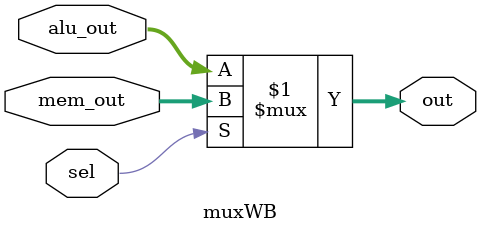
<source format=v>
module muxWB (
    input  [7:0] alu_out,  // Salida ALU
    input  [7:0] mem_out,  // Salida Data Memory
    input        sel,      // 0: ALU, 1: Memoria
    output [7:0] out
);
  assign out = sel ? mem_out : alu_out;
endmodule

</source>
